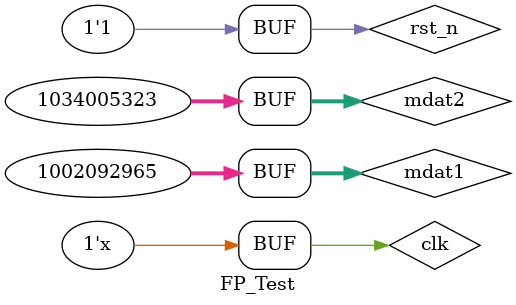
<source format=v>
`timescale 1ns/1ps
module FP_Test(  
);  
  
reg clk,rst_n;  
reg [31:0] mdat1,mdat2;  
wire [31:0] odat;  
wire [31:0] odat2;  
  
initial begin  
    clk<=1'b1;  
    rst_n<=1'b1;  
    mdat1<=0;  
    mdat2<=0;  
    #2;  
    rst_n<=1'b0;  
    #2;  
    rst_n<=1'b1;  
    #4;  
    mdat1<=32'h3fc30f28; //1.5239  
    mdat2<=32'h3fc30f28;  
    #2;  
    mdat1<=32'h40a7a9fc; //5.2395  
    mdat2<=32'h40a7a9fc;  
    #2;  
    mdat1<=32'h4251954d; //52.3958  
    mdat2<=32'h4251954d;  
    #2;  
    mdat1<=32'h4402fd52; //523.9581  
    mdat2<=32'h4402fd52;  
    #2;  
    mdat1<=32'h4251954d; //52.3958  
    mdat2<=32'h4402fd52; //523.9581  
    #2;  
    mdat1<=32'h3f07929f; //0.529581  
    mdat2<=32'h3f07929f;  
    #2;  
    mdat1<=32'hbf07929f; //-0.529581  
    mdat2<=32'h4402fd52; //523.9581  
    #2;  
    mdat1<=32'h4380650b; //256.7894  
    mdat2<=32'h4380650b;   
    #2;  
    mdat1<=32'h3da1ab4b; //0.07894  
    mdat2<=32'h3da1ab4b;   
    #2;  
    mdat1<=32'h3da1ab4b; //0.07894  
    mdat2<=32'h3f07929f; //0.529581  
    #2;  
    mdat1<=32'h3da1ab4b; //0.07894  
    mdat2<=32'h0; //0.529581  
    #2;  
    mdat1<=32'h3bbab9a5; //0.0056984  
    mdat2<=32'h3bbab9a5; //0.0056984  
    #2;  
    mdat1<=32'h3bbab9a5; //0.0056984  
    mdat2<=32'h3da1ab4b; //0.07894  
  
    #4;  
      
end  
//always begin   
//    #2;  
//    $display("sf:%x,alt:%x",odat,odat2);  
//end  
  
always begin   
    #5;  
    clk<=~clk;  
end  
  
// wire /*signed*/ [7:0] test = 8'b1000_0001;//-127;


wire [28:0] m;
wire [4:0] j;
wire [17:0] r;
get_jmr the_jmr(
	.clk(clk), .rst_n(),
	.x(32'h42CC9999),//102.3(h42CC9999)
	.m(m),
	.j(j),
	.r(r)
);



 
//fpmul mul0(  
//    .mdat1(mdat1),  
//    .mdat2(mdat2),  
//    .odat(odat),  
//    .clk(clk),  
//    .rst_n(rst_n)  
//  
//);  
//alt_fpmul mul1(  
//    .aclr(~rst_n),  
//    .clock(clk),  
//    .dataa(mdat1),  
//    .datab(mdat2),  
//    .result(odat2),  
//    .zero());  
  
endmodule 

</source>
